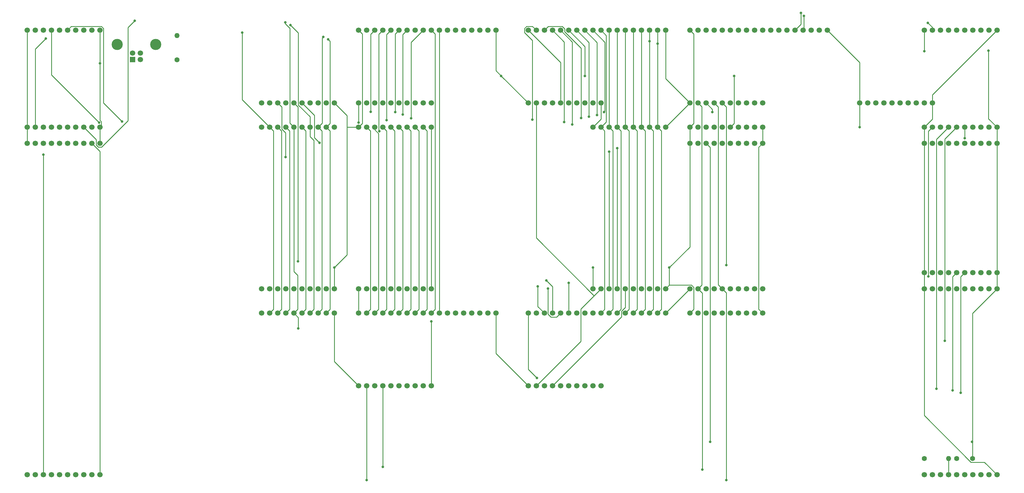
<source format=gbr>
%TF.GenerationSoftware,KiCad,Pcbnew,8.0.2*%
%TF.CreationDate,2024-12-23T20:56:35+01:00*%
%TF.ProjectId,bp-leanplate,62702d6c-6561-46e7-906c-6174652e6b69,rev?*%
%TF.SameCoordinates,Original*%
%TF.FileFunction,Copper,L2,Bot*%
%TF.FilePolarity,Positive*%
%FSLAX46Y46*%
G04 Gerber Fmt 4.6, Leading zero omitted, Abs format (unit mm)*
G04 Created by KiCad (PCBNEW 8.0.2) date 2024-12-23 20:56:35*
%MOMM*%
%LPD*%
G01*
G04 APERTURE LIST*
%TA.AperFunction,ComponentPad*%
%ADD10C,1.700000*%
%TD*%
%TA.AperFunction,ComponentPad*%
%ADD11R,1.700000X1.700000*%
%TD*%
%TA.AperFunction,ComponentPad*%
%ADD12C,3.500000*%
%TD*%
%TA.AperFunction,ComponentPad*%
%ADD13C,1.600000*%
%TD*%
%TA.AperFunction,ComponentPad*%
%ADD14O,1.600000X1.600000*%
%TD*%
%TA.AperFunction,ViaPad*%
%ADD15C,0.800000*%
%TD*%
%TA.AperFunction,Conductor*%
%ADD16C,0.250000*%
%TD*%
G04 APERTURE END LIST*
D10*
%TO.P,U3,*%
%TO.N,*%
X246380000Y-60960000D03*
X248920000Y-60960000D03*
X251460000Y-60960000D03*
X254000000Y-60960000D03*
%TO.P,U3,1,BUS0*%
%TO.N,BUS0*%
X274320000Y-38100000D03*
%TO.P,U3,2,BUS1*%
%TO.N,BUS1*%
X271780000Y-38100000D03*
%TO.P,U3,3,BUS2*%
%TO.N,BUS2*%
X269240000Y-38100000D03*
%TO.P,U3,4,BUS3*%
%TO.N,BUS3*%
X266700000Y-38100000D03*
%TO.P,U3,5,BUS4*%
%TO.N,BUS4*%
X264160000Y-38100000D03*
%TO.P,U3,6,BUS5*%
%TO.N,BUS5*%
X261620000Y-38100000D03*
%TO.P,U3,7,BUS6*%
%TO.N,BUS6*%
X259080000Y-38100000D03*
%TO.P,U3,8,BUS7*%
%TO.N,BUS7*%
X256540000Y-38100000D03*
%TO.P,U3,9,L0*%
%TO.N,unconnected-(U3-L0-Pad9)*%
X254000000Y-38100000D03*
%TO.P,U3,10,L1*%
%TO.N,unconnected-(U3-L1-Pad10)*%
X251460000Y-38100000D03*
%TO.P,U3,11,L2*%
%TO.N,unconnected-(U3-L2-Pad11)*%
X248920000Y-38100000D03*
%TO.P,U3,12,L3*%
%TO.N,unconnected-(U3-L3-Pad12)*%
X246380000Y-38100000D03*
%TO.P,U3,13,L4*%
%TO.N,unconnected-(U3-L4-Pad13)*%
X243840000Y-38100000D03*
%TO.P,U3,14,L5*%
%TO.N,unconnected-(U3-L5-Pad14)*%
X241300000Y-38100000D03*
%TO.P,U3,15,L6*%
%TO.N,unconnected-(U3-L6-Pad15)*%
X238760000Y-38100000D03*
%TO.P,U3,16,L7*%
%TO.N,unconnected-(U3-L7-Pad16)*%
X236220000Y-38100000D03*
%TO.P,U3,17,VCC*%
%TO.N,VCC*%
X233680000Y-60960000D03*
X276860000Y-38100000D03*
%TO.P,U3,18,CLK*%
%TO.N,CLK*%
X236220000Y-60960000D03*
%TO.P,U3,19,IN*%
%TO.N,TI*%
X238760000Y-60960000D03*
%TO.P,U3,20,~{CLR}*%
%TO.N,~{CLR}*%
X241300000Y-60960000D03*
%TO.P,U3,21,OUT*%
%TO.N,TO*%
X243840000Y-60960000D03*
%TO.P,U3,22,GND*%
%TO.N,GND*%
X233680000Y-38100000D03*
X256540000Y-60960000D03*
%TD*%
%TO.P,U8,*%
%TO.N,*%
X195580000Y-149860000D03*
X198120000Y-149860000D03*
X200660000Y-149860000D03*
X203200000Y-149860000D03*
%TO.P,U8,1,BUS0*%
%TO.N,BUS0*%
X223520000Y-127000000D03*
%TO.P,U8,2,BUS1*%
%TO.N,BUS1*%
X220980000Y-127000000D03*
%TO.P,U8,3,BUS2*%
%TO.N,BUS2*%
X218440000Y-127000000D03*
%TO.P,U8,4,BUS3*%
%TO.N,BUS3*%
X215900000Y-127000000D03*
%TO.P,U8,5,BUS4*%
%TO.N,BUS4*%
X213360000Y-127000000D03*
%TO.P,U8,6,BUS5*%
%TO.N,BUS5*%
X210820000Y-127000000D03*
%TO.P,U8,7,BUS6*%
%TO.N,BUS6*%
X208280000Y-127000000D03*
%TO.P,U8,8,BUS7*%
%TO.N,BUS7*%
X205740000Y-127000000D03*
%TO.P,U8,9,L0*%
%TO.N,B_D0*%
X203200000Y-127000000D03*
%TO.P,U8,10,L1*%
%TO.N,B_D1*%
X200660000Y-127000000D03*
%TO.P,U8,11,L2*%
%TO.N,B_D2*%
X198120000Y-127000000D03*
%TO.P,U8,12,L3*%
%TO.N,B_D3*%
X195580000Y-127000000D03*
%TO.P,U8,13,L4*%
%TO.N,B_D4*%
X193040000Y-127000000D03*
%TO.P,U8,14,L5*%
%TO.N,B_D5*%
X190500000Y-127000000D03*
%TO.P,U8,15,L6*%
%TO.N,B_D6*%
X187960000Y-127000000D03*
%TO.P,U8,16,L7*%
%TO.N,B_D7*%
X185420000Y-127000000D03*
%TO.P,U8,17,VCC*%
%TO.N,VCC*%
X182880000Y-149860000D03*
X226060000Y-127000000D03*
%TO.P,U8,18,CLK*%
%TO.N,CLK*%
X185420000Y-149860000D03*
%TO.P,U8,19,IN*%
%TO.N,BI*%
X187960000Y-149860000D03*
%TO.P,U8,20,~{CLR}*%
%TO.N,~{CLR}*%
X190500000Y-149860000D03*
%TO.P,U8,21,OUT*%
%TO.N,BO*%
X193040000Y-149860000D03*
%TO.P,U8,22,GND*%
%TO.N,GND*%
X182880000Y-127000000D03*
X205740000Y-149860000D03*
%TD*%
D11*
%TO.P,J1,1,VBUS*%
%TO.N,VCC*%
X58516000Y-47255000D03*
D10*
%TO.P,J1,2,D-*%
%TO.N,unconnected-(J1-D--Pad2)*%
X61016000Y-47255000D03*
%TO.P,J1,3,D+*%
%TO.N,unconnected-(J1-D+-Pad3)*%
X61016000Y-45255000D03*
%TO.P,J1,4,GND*%
%TO.N,GND*%
X58516000Y-45255000D03*
D12*
%TO.P,J1,5,Shield*%
%TO.N,Net-(J1-Shield)*%
X53746000Y-42545000D03*
X65786000Y-42545000D03*
%TD*%
D10*
%TO.P,U11,*%
%TO.N,*%
X35560000Y-177800000D03*
X38100000Y-177800000D03*
X40640000Y-177800000D03*
X43180000Y-177800000D03*
X45720000Y-177800000D03*
%TO.P,U11,1,BUS0*%
%TO.N,BUS0*%
X119380000Y-127000000D03*
%TO.P,U11,2,BUS1*%
%TO.N,BUS1*%
X116840000Y-127000000D03*
%TO.P,U11,3,BUS2*%
%TO.N,BUS2*%
X114300000Y-127000000D03*
%TO.P,U11,4,BUS3*%
%TO.N,BUS3*%
X111760000Y-127000000D03*
%TO.P,U11,5,BUS4*%
%TO.N,BUS4*%
X109220000Y-127000000D03*
%TO.P,U11,6,BUS5*%
%TO.N,BUS5*%
X106680000Y-127000000D03*
%TO.P,U11,7,BUS6*%
%TO.N,BUS6*%
X104140000Y-127000000D03*
%TO.P,U11,8,BUS7*%
%TO.N,BUS7*%
X101600000Y-127000000D03*
%TO.P,U11,9,VCC*%
%TO.N,VCC*%
X25400000Y-177800000D03*
X121920000Y-127000000D03*
%TO.P,U11,10,CLK*%
%TO.N,CLK*%
X27940000Y-177800000D03*
%TO.P,U11,11,IN*%
%TO.N,OI*%
X30480000Y-177800000D03*
%TO.P,U11,12,~{CLR}*%
%TO.N,~{CLR}*%
X33020000Y-177800000D03*
%TO.P,U11,13,GND*%
%TO.N,GND*%
X48260000Y-177800000D03*
X99060000Y-127000000D03*
%TD*%
%TO.P,U6,*%
%TO.N,*%
X142240000Y-149860000D03*
X144780000Y-149860000D03*
X147320000Y-149860000D03*
X149860000Y-149860000D03*
%TO.P,U6,1,BUS0*%
%TO.N,BUS0*%
X170180000Y-127000000D03*
%TO.P,U6,2,BUS1*%
%TO.N,BUS1*%
X167640000Y-127000000D03*
%TO.P,U6,3,BUS2*%
%TO.N,BUS2*%
X165100000Y-127000000D03*
%TO.P,U6,4,BUS3*%
%TO.N,BUS3*%
X162560000Y-127000000D03*
%TO.P,U6,5,BUS4*%
%TO.N,BUS4*%
X160020000Y-127000000D03*
%TO.P,U6,6,BUS5*%
%TO.N,BUS5*%
X157480000Y-127000000D03*
%TO.P,U6,7,BUS6*%
%TO.N,BUS6*%
X154940000Y-127000000D03*
%TO.P,U6,8,BUS7*%
%TO.N,BUS7*%
X152400000Y-127000000D03*
%TO.P,U6,9,L0*%
%TO.N,A_D0*%
X149860000Y-127000000D03*
%TO.P,U6,10,L1*%
%TO.N,A_D1*%
X147320000Y-127000000D03*
%TO.P,U6,11,L2*%
%TO.N,A_D2*%
X144780000Y-127000000D03*
%TO.P,U6,12,L3*%
%TO.N,A_D3*%
X142240000Y-127000000D03*
%TO.P,U6,13,L4*%
%TO.N,A_D4*%
X139700000Y-127000000D03*
%TO.P,U6,14,L5*%
%TO.N,A_D5*%
X137160000Y-127000000D03*
%TO.P,U6,15,L6*%
%TO.N,A_D6*%
X134620000Y-127000000D03*
%TO.P,U6,16,L7*%
%TO.N,A_D7*%
X132080000Y-127000000D03*
%TO.P,U6,17,VCC*%
%TO.N,VCC*%
X129540000Y-149860000D03*
X172720000Y-127000000D03*
%TO.P,U6,18,CLK*%
%TO.N,CLK*%
X132080000Y-149860000D03*
%TO.P,U6,19,IN*%
%TO.N,AI*%
X134620000Y-149860000D03*
%TO.P,U6,20,~{CLR}*%
%TO.N,~{CLR}*%
X137160000Y-149860000D03*
%TO.P,U6,21,OUT*%
%TO.N,AO*%
X139700000Y-149860000D03*
%TO.P,U6,22,GND*%
%TO.N,GND*%
X129540000Y-127000000D03*
X152400000Y-149860000D03*
%TD*%
%TO.P,U5,*%
%TO.N,*%
X142240000Y-60960000D03*
X144780000Y-60960000D03*
X147320000Y-60960000D03*
X149860000Y-60960000D03*
%TO.P,U5,1,BUS0*%
%TO.N,BUS0*%
X170180000Y-38100000D03*
%TO.P,U5,2,BUS1*%
%TO.N,BUS1*%
X167640000Y-38100000D03*
%TO.P,U5,3,BUS2*%
%TO.N,BUS2*%
X165100000Y-38100000D03*
%TO.P,U5,4,BUS3*%
%TO.N,BUS3*%
X162560000Y-38100000D03*
%TO.P,U5,5,BUS4*%
%TO.N,BUS4*%
X160020000Y-38100000D03*
%TO.P,U5,6,BUS5*%
%TO.N,BUS5*%
X157480000Y-38100000D03*
%TO.P,U5,7,BUS6*%
%TO.N,BUS6*%
X154940000Y-38100000D03*
%TO.P,U5,8,BUS7*%
%TO.N,BUS7*%
X152400000Y-38100000D03*
%TO.P,U5,9,L0*%
%TO.N,MAR_A0*%
X149860000Y-38100000D03*
%TO.P,U5,10,L1*%
%TO.N,MAR_A1*%
X147320000Y-38100000D03*
%TO.P,U5,11,L2*%
%TO.N,MAR_A2*%
X144780000Y-38100000D03*
%TO.P,U5,12,L3*%
%TO.N,MAR_A3*%
X142240000Y-38100000D03*
%TO.P,U5,13,L4*%
%TO.N,MAR_A4*%
X139700000Y-38100000D03*
%TO.P,U5,14,L5*%
%TO.N,MAR_A5*%
X137160000Y-38100000D03*
%TO.P,U5,15,L6*%
%TO.N,MAR_A6*%
X134620000Y-38100000D03*
%TO.P,U5,16,L7*%
%TO.N,MAR_A7*%
X132080000Y-38100000D03*
%TO.P,U5,17,VCC*%
%TO.N,VCC*%
X129540000Y-60960000D03*
X172720000Y-38100000D03*
%TO.P,U5,18,CLK*%
%TO.N,CLK*%
X132080000Y-60960000D03*
%TO.P,U5,19,IN*%
%TO.N,MI*%
X134620000Y-60960000D03*
%TO.P,U5,20,~{CLR}*%
%TO.N,~{CLR}*%
X137160000Y-60960000D03*
%TO.P,U5,21,OUT*%
%TO.N,GND*%
X139700000Y-60960000D03*
%TO.P,U5,22,GND*%
X129540000Y-38100000D03*
X152400000Y-60960000D03*
%TD*%
%TO.P,U12,*%
%TO.N,*%
X289560000Y-60960000D03*
X292100000Y-60960000D03*
X294640000Y-60960000D03*
X297180000Y-60960000D03*
X299720000Y-60960000D03*
X302260000Y-60960000D03*
X304800000Y-60960000D03*
X307340000Y-60960000D03*
%TO.P,U12,1,BUS0*%
%TO.N,BUS0*%
X327660000Y-38100000D03*
%TO.P,U12,2,BUS1*%
%TO.N,BUS1*%
X325120000Y-38100000D03*
%TO.P,U12,3,BUS2*%
%TO.N,BUS2*%
X322580000Y-38100000D03*
%TO.P,U12,4,BUS3*%
%TO.N,BUS3*%
X320040000Y-38100000D03*
%TO.P,U12,5,BUS4*%
%TO.N,BUS4*%
X317500000Y-38100000D03*
%TO.P,U12,6,BUS5*%
%TO.N,BUS5*%
X314960000Y-38100000D03*
%TO.P,U12,7,BUS6*%
%TO.N,BUS6*%
X312420000Y-38100000D03*
%TO.P,U12,8,BUS7*%
%TO.N,BUS7*%
X309880000Y-38100000D03*
%TO.P,U12,9,VCC*%
%TO.N,VCC*%
X287020000Y-60960000D03*
X307340000Y-38100000D03*
%TO.P,U12,10,GND*%
%TO.N,GND*%
X309880000Y-60960000D03*
X330200000Y-38100000D03*
%TD*%
%TO.P,U2,*%
%TO.N,*%
X195580000Y-60960000D03*
X198120000Y-60960000D03*
X200660000Y-60960000D03*
X203200000Y-60960000D03*
%TO.P,U2,1,BUS0*%
%TO.N,BUS0*%
X223520000Y-38100000D03*
%TO.P,U2,2,BUS1*%
%TO.N,BUS1*%
X220980000Y-38100000D03*
%TO.P,U2,3,BUS2*%
%TO.N,BUS2*%
X218440000Y-38100000D03*
%TO.P,U2,4,BUS3*%
%TO.N,BUS3*%
X215900000Y-38100000D03*
%TO.P,U2,5,BUS4*%
%TO.N,BUS4*%
X213360000Y-38100000D03*
%TO.P,U2,6,BUS5*%
%TO.N,BUS5*%
X210820000Y-38100000D03*
%TO.P,U2,7,BUS6*%
%TO.N,BUS6*%
X208280000Y-38100000D03*
%TO.P,U2,8,BUS7*%
%TO.N,BUS7*%
X205740000Y-38100000D03*
%TO.P,U2,9,L0*%
%TO.N,IR_D0*%
X203200000Y-38100000D03*
%TO.P,U2,10,L1*%
%TO.N,IR_D1*%
X200660000Y-38100000D03*
%TO.P,U2,11,L2*%
%TO.N,IR_D2*%
X198120000Y-38100000D03*
%TO.P,U2,12,L3*%
%TO.N,IR_D3*%
X195580000Y-38100000D03*
%TO.P,U2,13,L4*%
%TO.N,IR_D4*%
X193040000Y-38100000D03*
%TO.P,U2,14,L5*%
%TO.N,IR_D5*%
X190500000Y-38100000D03*
%TO.P,U2,15,L6*%
%TO.N,IR_D6*%
X187960000Y-38100000D03*
%TO.P,U2,16,L7*%
%TO.N,IR_D7*%
X185420000Y-38100000D03*
%TO.P,U2,17,VCC*%
%TO.N,VCC*%
X182880000Y-60960000D03*
X226060000Y-38100000D03*
%TO.P,U2,18,CLK*%
%TO.N,CLK*%
X185420000Y-60960000D03*
%TO.P,U2,19,IN*%
%TO.N,II*%
X187960000Y-60960000D03*
%TO.P,U2,20,~{CLR}*%
%TO.N,~{CLR}*%
X190500000Y-60960000D03*
%TO.P,U2,21,OUT*%
%TO.N,GND*%
X193040000Y-60960000D03*
%TO.P,U2,22,GND*%
X182880000Y-38100000D03*
X205740000Y-60960000D03*
%TD*%
%TO.P,U4,*%
%TO.N,*%
X114300000Y-60960000D03*
X116840000Y-60960000D03*
X119380000Y-60960000D03*
%TO.P,U4,1,BUS0*%
%TO.N,BUS0*%
X45720000Y-38100000D03*
%TO.P,U4,2,BUS1*%
%TO.N,BUS1*%
X43180000Y-38100000D03*
%TO.P,U4,3,BUS2*%
%TO.N,BUS2*%
X40640000Y-38100000D03*
%TO.P,U4,4,BUS3*%
%TO.N,BUS3*%
X38100000Y-38100000D03*
%TO.P,U4,5,BUS4*%
%TO.N,BUS4*%
X35560000Y-38100000D03*
%TO.P,U4,6,BUS5*%
%TO.N,BUS5*%
X33020000Y-38100000D03*
%TO.P,U4,7,BUS6*%
%TO.N,BUS6*%
X30480000Y-38100000D03*
%TO.P,U4,8,BUS7*%
%TO.N,BUS7*%
X27940000Y-38100000D03*
%TO.P,U4,9,VCC*%
%TO.N,VCC*%
X48260000Y-38100000D03*
X99060000Y-60960000D03*
%TO.P,U4,10,CLK*%
%TO.N,CLK*%
X101600000Y-60960000D03*
%TO.P,U4,11,J*%
%TO.N,J*%
X104140000Y-60960000D03*
%TO.P,U4,12,~{CLR}*%
%TO.N,~{CLR}*%
X106680000Y-60960000D03*
%TO.P,U4,13,CO*%
%TO.N,CO*%
X109220000Y-60960000D03*
%TO.P,U4,14,CE*%
%TO.N,CE*%
X111760000Y-60960000D03*
%TO.P,U4,15,GND*%
%TO.N,GND*%
X25400000Y-38100000D03*
X121920000Y-60960000D03*
%TD*%
%TO.P,U9,*%
%TO.N,*%
X236220000Y-127000000D03*
X238760000Y-127000000D03*
X241300000Y-127000000D03*
X243840000Y-127000000D03*
X246380000Y-127000000D03*
X248920000Y-127000000D03*
X251460000Y-127000000D03*
X254000000Y-127000000D03*
X317500000Y-177800000D03*
X320040000Y-177800000D03*
X322580000Y-177800000D03*
X325120000Y-177800000D03*
X327660000Y-177800000D03*
%TO.P,U9,1,VCC*%
%TO.N,VCC*%
X256540000Y-127000000D03*
X307340000Y-177800000D03*
%TO.P,U9,2,CLK*%
%TO.N,CLK*%
X309880000Y-177800000D03*
%TO.P,U9,3,~{CLR}*%
%TO.N,~{CLR}*%
X312420000Y-177800000D03*
%TO.P,U9,4,HLT*%
%TO.N,HLTIN*%
X314960000Y-177800000D03*
%TO.P,U9,5,GND*%
%TO.N,GND*%
X233680000Y-127000000D03*
X330200000Y-177800000D03*
%TD*%
D13*
%TO.P,R1,1*%
%TO.N,HLT*%
X307340000Y-172720000D03*
D14*
%TO.P,R1,2*%
%TO.N,HLTIN*%
X314960000Y-172720000D03*
%TD*%
D10*
%TO.P,U1,*%
%TO.N,*%
X109220000Y-119380000D03*
X111760000Y-119380000D03*
X114300000Y-119380000D03*
X116840000Y-119380000D03*
X119380000Y-119380000D03*
%TO.P,U1,1,BUS0*%
%TO.N,BUS0*%
X119380000Y-68580000D03*
%TO.P,U1,2,BUS1*%
%TO.N,BUS1*%
X116840000Y-68580000D03*
%TO.P,U1,3,BUS2*%
%TO.N,BUS2*%
X114300000Y-68580000D03*
%TO.P,U1,4,BUS3*%
%TO.N,BUS3*%
X111760000Y-68580000D03*
%TO.P,U1,5,BUS4*%
%TO.N,BUS4*%
X109220000Y-68580000D03*
%TO.P,U1,6,BUS5*%
%TO.N,BUS5*%
X106680000Y-68580000D03*
%TO.P,U1,7,BUS6*%
%TO.N,BUS6*%
X104140000Y-68580000D03*
%TO.P,U1,8,BUS7*%
%TO.N,BUS7*%
X101600000Y-68580000D03*
%TO.P,U1,9,L0*%
%TO.N,MAR_A0*%
X45720000Y-68580000D03*
%TO.P,U1,10,L1*%
%TO.N,MAR_A1*%
X43180000Y-68580000D03*
%TO.P,U1,11,L2*%
%TO.N,MAR_A2*%
X40640000Y-68580000D03*
%TO.P,U1,12,L3*%
%TO.N,MAR_A3*%
X38100000Y-68580000D03*
%TO.P,U1,13,L4*%
%TO.N,MAR_A4*%
X35560000Y-68580000D03*
%TO.P,U1,14,L5*%
%TO.N,MAR_A5*%
X33020000Y-68580000D03*
%TO.P,U1,15,L6*%
%TO.N,MAR_A6*%
X30480000Y-68580000D03*
%TO.P,U1,16,L7*%
%TO.N,MAR_A7*%
X27940000Y-68580000D03*
%TO.P,U1,17,L8*%
%TO.N,GND*%
X45720000Y-73660000D03*
%TO.P,U1,18,L9*%
X43180000Y-73660000D03*
%TO.P,U1,19,L10*%
X40640000Y-73660000D03*
%TO.P,U1,20,L11*%
X38100000Y-73660000D03*
%TO.P,U1,21,L12*%
X35560000Y-73660000D03*
%TO.P,U1,22,L13*%
X33020000Y-73660000D03*
%TO.P,U1,23,L14*%
X30480000Y-73660000D03*
%TO.P,U1,24,L15*%
X27940000Y-73660000D03*
%TO.P,U1,25,VCC*%
%TO.N,VCC*%
X48260000Y-68580000D03*
X48260000Y-73660000D03*
X99060000Y-119380000D03*
X121920000Y-68580000D03*
%TO.P,U1,26,RO*%
%TO.N,RO*%
X101600000Y-119380000D03*
%TO.P,U1,27,RRO*%
%TO.N,RRO*%
X104140000Y-119380000D03*
%TO.P,U1,28,RI*%
%TO.N,RI*%
X106680000Y-119380000D03*
%TO.P,U1,29,GND*%
%TO.N,GND*%
X25400000Y-68580000D03*
X25400000Y-73660000D03*
X99060000Y-68580000D03*
X121920000Y-119380000D03*
%TD*%
D13*
%TO.P,R2,1*%
%TO.N,GND*%
X72517000Y-47371000D03*
D14*
%TO.P,R2,2*%
%TO.N,Net-(J1-Shield)*%
X72517000Y-39751000D03*
%TD*%
D10*
%TO.P,U7,*%
%TO.N,*%
X223520000Y-119380000D03*
%TO.P,U7,1,BUS0*%
%TO.N,BUS0*%
X223520000Y-68580000D03*
%TO.P,U7,2,BUS1*%
%TO.N,BUS1*%
X220980000Y-68580000D03*
%TO.P,U7,3,BUS2*%
%TO.N,BUS2*%
X218440000Y-68580000D03*
%TO.P,U7,4,BUS3*%
%TO.N,BUS3*%
X215900000Y-68580000D03*
%TO.P,U7,5,BUS4*%
%TO.N,BUS4*%
X213360000Y-68580000D03*
%TO.P,U7,6,BUS5*%
%TO.N,BUS5*%
X210820000Y-68580000D03*
%TO.P,U7,7,BUS6*%
%TO.N,BUS6*%
X208280000Y-68580000D03*
%TO.P,U7,8,BUS7*%
%TO.N,BUS7*%
X205740000Y-68580000D03*
%TO.P,U7,9,A0*%
%TO.N,A_D0*%
X149860000Y-68580000D03*
%TO.P,U7,10,A1*%
%TO.N,A_D1*%
X147320000Y-68580000D03*
%TO.P,U7,11,A2*%
%TO.N,A_D2*%
X144780000Y-68580000D03*
%TO.P,U7,12,A3*%
%TO.N,A_D3*%
X142240000Y-68580000D03*
%TO.P,U7,13,A4*%
%TO.N,A_D4*%
X139700000Y-68580000D03*
%TO.P,U7,14,A5*%
%TO.N,A_D5*%
X137160000Y-68580000D03*
%TO.P,U7,15,A6*%
%TO.N,A_D6*%
X134620000Y-68580000D03*
%TO.P,U7,16,A7*%
%TO.N,A_D7*%
X132080000Y-68580000D03*
%TO.P,U7,17,B0*%
%TO.N,B_D0*%
X149860000Y-119380000D03*
%TO.P,U7,18,B1*%
%TO.N,B_D1*%
X147320000Y-119380000D03*
%TO.P,U7,19,B2*%
%TO.N,B_D2*%
X144780000Y-119380000D03*
%TO.P,U7,20,B3*%
%TO.N,B_D3*%
X142240000Y-119380000D03*
%TO.P,U7,21,B4*%
%TO.N,B_D4*%
X139700000Y-119380000D03*
%TO.P,U7,22,B5*%
%TO.N,B_D5*%
X137160000Y-119380000D03*
%TO.P,U7,23,B6*%
%TO.N,B_D6*%
X134620000Y-119380000D03*
%TO.P,U7,24,B7*%
%TO.N,B_D7*%
X132080000Y-119380000D03*
%TO.P,U7,25,VCC*%
%TO.N,VCC*%
X152400000Y-68580000D03*
X152400000Y-119380000D03*
X203200000Y-119380000D03*
X226060000Y-68580000D03*
%TO.P,U7,26,CLK*%
%TO.N,CLK*%
X205740000Y-119380000D03*
%TO.P,U7,27,SU*%
%TO.N,PCL2*%
X208280000Y-119380000D03*
%TO.P,U7,28,FI*%
%TO.N,FI*%
X210820000Y-119380000D03*
%TO.P,U7,29,CLR*%
%TO.N,~{CLR}*%
X213360000Y-119380000D03*
%TO.P,U7,30,EO*%
%TO.N,EO*%
X215900000Y-119380000D03*
%TO.P,U7,31,CF*%
%TO.N,CF*%
X218440000Y-119380000D03*
%TO.P,U7,32,ZF*%
%TO.N,ZF*%
X220980000Y-119380000D03*
%TO.P,U7,33,GND*%
%TO.N,GND*%
X129540000Y-68580000D03*
X129540000Y-119380000D03*
X203200000Y-68580000D03*
X226060000Y-119380000D03*
%TD*%
D13*
%TO.P,C1,1*%
%TO.N,HLTIN*%
X317540000Y-172720000D03*
%TO.P,C1,2*%
%TO.N,VCC*%
X322540000Y-172720000D03*
%TD*%
D10*
%TO.P,U10,*%
%TO.N,*%
X246380000Y-119380000D03*
X248920000Y-119380000D03*
X251460000Y-119380000D03*
X254000000Y-119380000D03*
%TO.P,U10,1,I0*%
%TO.N,IR_D0*%
X254000000Y-68580000D03*
%TO.P,U10,2,I1*%
%TO.N,IR_D1*%
X251460000Y-68580000D03*
%TO.P,U10,3,I2*%
%TO.N,IR_D2*%
X248920000Y-68580000D03*
%TO.P,U10,4,I3*%
%TO.N,IR_D3*%
X246380000Y-68580000D03*
%TO.P,U10,5,I4*%
%TO.N,IR_D4*%
X243840000Y-68580000D03*
%TO.P,U10,6,I5*%
%TO.N,IR_D5*%
X241300000Y-68580000D03*
%TO.P,U10,7,I6*%
%TO.N,IR_D6*%
X238760000Y-68580000D03*
%TO.P,U10,8,I7*%
%TO.N,IR_D7*%
X236220000Y-68580000D03*
%TO.P,U10,9,OCRA0*%
%TO.N,unconnected-(U10-OCRA0-Pad9)*%
X327660000Y-68580000D03*
%TO.P,U10,10,OCRA1*%
%TO.N,MI*%
X325120000Y-68580000D03*
%TO.P,U10,11,OCRA2*%
%TO.N,II*%
X322580000Y-68580000D03*
%TO.P,U10,12,OCRA3*%
%TO.N,J*%
X320040000Y-68580000D03*
%TO.P,U10,13,OCRA4*%
%TO.N,AI*%
X317500000Y-68580000D03*
%TO.P,U10,14,OCRA5*%
%TO.N,BI*%
X314960000Y-68580000D03*
%TO.P,U10,15,OCRA6*%
%TO.N,OI*%
X312420000Y-68580000D03*
%TO.P,U10,16,OCRA7*%
%TO.N,RI*%
X309880000Y-68580000D03*
%TO.P,U10,17,OCRA8*%
%TO.N,TI*%
X327660000Y-73660000D03*
%TO.P,U10,18,OCRA9*%
%TO.N,OCA9*%
X325120000Y-73660000D03*
%TO.P,U10,19,OCRA10*%
%TO.N,OCA10*%
X322580000Y-73660000D03*
%TO.P,U10,20,OCRA11*%
%TO.N,OCA11*%
X320040000Y-73660000D03*
%TO.P,U10,21,OCRA12*%
%TO.N,OCA12*%
X317500000Y-73660000D03*
%TO.P,U10,22,OCRA13*%
%TO.N,OCA13*%
X314960000Y-73660000D03*
%TO.P,U10,23,OCRA14*%
%TO.N,OCA14*%
X312420000Y-73660000D03*
%TO.P,U10,24,OCRA15*%
%TO.N,OCA15*%
X309880000Y-73660000D03*
%TO.P,U10,25,OCRB0*%
%TO.N,unconnected-(U10-OCRB0-Pad25)*%
X327660000Y-114300000D03*
%TO.P,U10,26,OCRB1*%
%TO.N,CO*%
X325120000Y-114300000D03*
%TO.P,U10,27,OCRB2*%
%TO.N,RRO*%
X322580000Y-114300000D03*
%TO.P,U10,28,OCRB3*%
%TO.N,AO*%
X320040000Y-114300000D03*
%TO.P,U10,29,OCRB4*%
%TO.N,BO*%
X317500000Y-114300000D03*
%TO.P,U10,30,OCRB5*%
%TO.N,EO*%
X314960000Y-114300000D03*
%TO.P,U10,31,OCRB6*%
%TO.N,RO*%
X312420000Y-114300000D03*
%TO.P,U10,32,OCRB7*%
%TO.N,TO*%
X309880000Y-114300000D03*
%TO.P,U10,33,OCRB8*%
%TO.N,OCB8*%
X327660000Y-119380000D03*
%TO.P,U10,34,OCRB9*%
%TO.N,OCB9*%
X325120000Y-119380000D03*
%TO.P,U10,35,OCRB10*%
%TO.N,OCB10*%
X322580000Y-119380000D03*
%TO.P,U10,36,OCRB11*%
%TO.N,OCB11*%
X320040000Y-119380000D03*
%TO.P,U10,37,OCRB12*%
%TO.N,OCB12*%
X317500000Y-119380000D03*
%TO.P,U10,38,OCRB13*%
%TO.N,OCB13*%
X314960000Y-119380000D03*
%TO.P,U10,39,OCRB14*%
%TO.N,OCB14*%
X312420000Y-119380000D03*
%TO.P,U10,40,OCRB15*%
%TO.N,OCB15*%
X309880000Y-119380000D03*
%TO.P,U10,41,PCL0*%
%TO.N,CE*%
X254000000Y-73660000D03*
%TO.P,U10,42,PCL1*%
%TO.N,FI*%
X251460000Y-73660000D03*
%TO.P,U10,43,PCL2*%
%TO.N,PCL2*%
X248920000Y-73660000D03*
%TO.P,U10,44,PCL3*%
%TO.N,PCL3*%
X246380000Y-73660000D03*
%TO.P,U10,45,PCL4*%
%TO.N,PCL4*%
X243840000Y-73660000D03*
%TO.P,U10,46,PCL5*%
%TO.N,PCL5*%
X241300000Y-73660000D03*
%TO.P,U10,47,PCL6*%
%TO.N,HLT*%
X238760000Y-73660000D03*
%TO.P,U10,48,PCL7*%
%TO.N,unconnected-(U10-PCL7-Pad48)*%
X236220000Y-73660000D03*
%TO.P,U10,49,VCC*%
%TO.N,VCC*%
X233680000Y-119380000D03*
X256540000Y-68580000D03*
X256540000Y-73660000D03*
X330200000Y-68580000D03*
X330200000Y-73660000D03*
X330200000Y-114300000D03*
X330200000Y-119380000D03*
%TO.P,U10,50,CLK*%
%TO.N,CLK*%
X236220000Y-119380000D03*
%TO.P,U10,51,ZF*%
%TO.N,ZF*%
X238760000Y-119380000D03*
%TO.P,U10,52,CF*%
%TO.N,CF*%
X241300000Y-119380000D03*
%TO.P,U10,53,~{CLR}*%
%TO.N,~{CLR}*%
X243840000Y-119380000D03*
%TO.P,U10,54,GND*%
%TO.N,GND*%
X233680000Y-68580000D03*
X233680000Y-73660000D03*
X256540000Y-119380000D03*
X307340000Y-68580000D03*
X307340000Y-73660000D03*
X307340000Y-114300000D03*
X307340000Y-119380000D03*
%TD*%
D15*
%TO.N,FI*%
X210820000Y-75175700D03*
%TO.N,OI*%
X30480000Y-77175100D03*
%TO.N,TO*%
X245110000Y-111914500D03*
%TO.N,TI*%
X240719800Y-63839500D03*
%TO.N,HLT*%
X240030000Y-167424500D03*
%TO.N,PCL2*%
X208280000Y-76229500D03*
%TO.N,IR_D7*%
X184150000Y-66161000D03*
%TO.N,IR_D6*%
X199475900Y-65676900D03*
%TO.N,IR_D5*%
X194216700Y-66941200D03*
%TO.N,IR_D4*%
X196756700Y-67675300D03*
%TO.N,IR_D3*%
X247570500Y-52439500D03*
X200713900Y-52439500D03*
%TO.N,IR_D2*%
X201951900Y-65208100D03*
%TO.N,IR_D1*%
X204520800Y-64772300D03*
%TO.N,IR_D0*%
X206675300Y-63843700D03*
%TO.N,RI*%
X308646600Y-115490600D03*
%TO.N,BO*%
X316230000Y-151248700D03*
%TO.N,BI*%
X311209900Y-150759000D03*
%TO.N,B_D6*%
X185858500Y-118545700D03*
%TO.N,B_D5*%
X188567100Y-116700900D03*
%TO.N,B_D4*%
X189138200Y-119262600D03*
%TO.N,B_D3*%
X195580000Y-117466500D03*
%TO.N,AO*%
X318770000Y-151993000D03*
%TO.N,AI*%
X313777800Y-135704500D03*
%TO.N,MAR_A7*%
X31274900Y-40680300D03*
%TO.N,MAR_A6*%
X133417600Y-63687400D03*
%TO.N,MAR_A5*%
X136100600Y-69793700D03*
%TO.N,MAR_A4*%
X138401300Y-66307800D03*
%TO.N,MAR_A3*%
X141055400Y-63816900D03*
%TO.N,MAR_A2*%
X143475600Y-64543600D03*
%TO.N,MAR_A1*%
X59253700Y-35069900D03*
%TO.N,MAR_A0*%
X146122500Y-65741400D03*
%TO.N,GND*%
X121920000Y-112649000D03*
X227236700Y-112649000D03*
X185637300Y-147404500D03*
X152400000Y-129577100D03*
%TO.N,CE*%
X117269300Y-73484700D03*
%TO.N,CO*%
X110490000Y-110706300D03*
%TO.N,~{CLR}*%
X245109900Y-179435600D03*
X137160000Y-175354500D03*
%TO.N,J*%
X320040000Y-72027500D03*
X106615700Y-77916900D03*
%TO.N,CLK*%
X132080000Y-179432000D03*
X237583300Y-176164400D03*
%TO.N,VCC*%
X322342400Y-167424500D03*
X129540000Y-67102800D03*
X48260000Y-48474500D03*
X327533100Y-44509500D03*
X203200000Y-112649000D03*
X307340000Y-44670200D03*
X174359500Y-52439500D03*
X287020000Y-68580000D03*
%TO.N,BUS7*%
X92961900Y-38807300D03*
X308491000Y-35773400D03*
%TO.N,BUS5*%
X48031400Y-67124600D03*
%TO.N,BUS4*%
X110650600Y-131835600D03*
X106517400Y-35593600D03*
%TO.N,BUS3*%
X55224900Y-66751100D03*
X268634500Y-32670500D03*
%TO.N,BUS2*%
X108142400Y-36477600D03*
X269571200Y-33587400D03*
%TO.N,BUS1*%
X118458500Y-40192100D03*
X220980000Y-41553600D03*
%TO.N,BUS0*%
X119973200Y-40918800D03*
X223520000Y-42273000D03*
%TD*%
D16*
%TO.N,FI*%
X210820000Y-119380000D02*
X210820000Y-75175700D01*
%TO.N,HLTIN*%
X314960000Y-172720000D02*
X314960000Y-177800000D01*
%TO.N,OI*%
X30480000Y-177800000D02*
X30480000Y-77175100D01*
%TO.N,TO*%
X245110000Y-62230000D02*
X245110000Y-111914500D01*
X243840000Y-60960000D02*
X245110000Y-62230000D01*
%TO.N,TI*%
X240719800Y-62919800D02*
X240719800Y-63839500D01*
X238760000Y-60960000D02*
X240719800Y-62919800D01*
%TO.N,HLT*%
X240030000Y-74930000D02*
X238760000Y-73660000D01*
X240030000Y-167424500D02*
X240030000Y-74930000D01*
%TO.N,PCL2*%
X208280000Y-119380000D02*
X208280000Y-76229500D01*
%TO.N,IR_D7*%
X184150000Y-41269900D02*
X184150000Y-66161000D01*
X181700600Y-38820500D02*
X184150000Y-41269900D01*
X181700600Y-37536000D02*
X181700600Y-38820500D01*
X182334700Y-36901900D02*
X181700600Y-37536000D01*
X184221900Y-36901900D02*
X182334700Y-36901900D01*
X185420000Y-38100000D02*
X184221900Y-36901900D01*
%TO.N,IR_D6*%
X199475900Y-43780400D02*
X199475900Y-65676900D01*
X194310000Y-38614500D02*
X199475900Y-43780400D01*
X194310000Y-37622500D02*
X194310000Y-38614500D01*
X193589400Y-36901900D02*
X194310000Y-37622500D01*
X189158100Y-36901900D02*
X193589400Y-36901900D01*
X187960000Y-38100000D02*
X189158100Y-36901900D01*
%TO.N,IR_D5*%
X194216700Y-41816700D02*
X194216700Y-66941200D01*
X190500000Y-38100000D02*
X194216700Y-41816700D01*
%TO.N,IR_D4*%
X196756700Y-41816700D02*
X196756700Y-67675300D01*
X193040000Y-38100000D02*
X196756700Y-41816700D01*
%TO.N,IR_D3*%
X200713900Y-43233900D02*
X195580000Y-38100000D01*
X200713900Y-52439500D02*
X200713900Y-43233900D01*
X247570500Y-67389500D02*
X247570500Y-52439500D01*
X246380000Y-68580000D02*
X247570500Y-67389500D01*
%TO.N,IR_D2*%
X201951900Y-41931900D02*
X201951900Y-65208100D01*
X198120000Y-38100000D02*
X201951900Y-41931900D01*
%TO.N,IR_D1*%
X204520800Y-41960800D02*
X204520800Y-64772300D01*
X200660000Y-38100000D02*
X204520800Y-41960800D01*
%TO.N,IR_D0*%
X206940800Y-63578200D02*
X206675300Y-63843700D01*
X206940800Y-41840800D02*
X206940800Y-63578200D01*
X203200000Y-38100000D02*
X206940800Y-41840800D01*
%TO.N,RI*%
X308646600Y-69813400D02*
X308646600Y-115490600D01*
X309880000Y-68580000D02*
X308646600Y-69813400D01*
%TO.N,BO*%
X316230000Y-115570000D02*
X316230000Y-151248700D01*
X317500000Y-114300000D02*
X316230000Y-115570000D01*
%TO.N,BI*%
X311209900Y-72330100D02*
X311209900Y-150759000D01*
X314960000Y-68580000D02*
X311209900Y-72330100D01*
%TO.N,B_D6*%
X185858500Y-124898500D02*
X185858500Y-118545700D01*
X187960000Y-127000000D02*
X185858500Y-124898500D01*
%TO.N,B_D5*%
X190500000Y-118633800D02*
X188567100Y-116700900D01*
X190500000Y-127000000D02*
X190500000Y-118633800D01*
%TO.N,B_D4*%
X189138200Y-127322400D02*
X189138200Y-119262600D01*
X190040900Y-128225100D02*
X189138200Y-127322400D01*
X191814900Y-128225100D02*
X190040900Y-128225100D01*
X193040000Y-127000000D02*
X191814900Y-128225100D01*
%TO.N,B_D3*%
X195580000Y-127000000D02*
X195580000Y-117466500D01*
%TO.N,AO*%
X318770000Y-115570000D02*
X318770000Y-151993000D01*
X320040000Y-114300000D02*
X318770000Y-115570000D01*
%TO.N,AI*%
X313777800Y-72302200D02*
X313777800Y-135704500D01*
X317500000Y-68580000D02*
X313777800Y-72302200D01*
%TO.N,A_D7*%
X133270600Y-125809400D02*
X132080000Y-127000000D01*
X133270600Y-69770600D02*
X133270600Y-125809400D01*
X132080000Y-68580000D02*
X133270600Y-69770600D01*
%TO.N,A_D6*%
X135833600Y-125786400D02*
X134620000Y-127000000D01*
X135833600Y-70554300D02*
X135833600Y-125786400D01*
X134620000Y-69340700D02*
X135833600Y-70554300D01*
X134620000Y-68580000D02*
X134620000Y-69340700D01*
%TO.N,A_D5*%
X138350600Y-125809400D02*
X137160000Y-127000000D01*
X138350600Y-69770600D02*
X138350600Y-125809400D01*
X137160000Y-68580000D02*
X138350600Y-69770600D01*
%TO.N,A_D4*%
X140890600Y-125809400D02*
X139700000Y-127000000D01*
X140890600Y-69770600D02*
X140890600Y-125809400D01*
X139700000Y-68580000D02*
X140890600Y-69770600D01*
%TO.N,A_D3*%
X143430600Y-125809400D02*
X142240000Y-127000000D01*
X143430600Y-69770600D02*
X143430600Y-125809400D01*
X142240000Y-68580000D02*
X143430600Y-69770600D01*
%TO.N,A_D2*%
X145970600Y-125809400D02*
X144780000Y-127000000D01*
X145970600Y-69770600D02*
X145970600Y-125809400D01*
X144780000Y-68580000D02*
X145970600Y-69770600D01*
%TO.N,A_D1*%
X148510600Y-125809400D02*
X147320000Y-127000000D01*
X148510600Y-69770600D02*
X148510600Y-125809400D01*
X147320000Y-68580000D02*
X148510600Y-69770600D01*
%TO.N,A_D0*%
X151050600Y-125809400D02*
X149860000Y-127000000D01*
X151050600Y-69770600D02*
X151050600Y-125809400D01*
X149860000Y-68580000D02*
X151050600Y-69770600D01*
%TO.N,MAR_A7*%
X27940000Y-44015200D02*
X27940000Y-68580000D01*
X31274900Y-40680300D02*
X27940000Y-44015200D01*
%TO.N,MAR_A6*%
X133417600Y-39302400D02*
X133417600Y-63687400D01*
X134620000Y-38100000D02*
X133417600Y-39302400D01*
%TO.N,MAR_A5*%
X135942600Y-39317400D02*
X137160000Y-38100000D01*
X135942600Y-69635700D02*
X135942600Y-39317400D01*
X136100600Y-69793700D02*
X135942600Y-69635700D01*
%TO.N,MAR_A4*%
X138401300Y-39398700D02*
X138401300Y-66307800D01*
X139700000Y-38100000D02*
X138401300Y-39398700D01*
%TO.N,MAR_A3*%
X141055400Y-39284600D02*
X141055400Y-63816900D01*
X142240000Y-38100000D02*
X141055400Y-39284600D01*
%TO.N,MAR_A2*%
X143475600Y-39404400D02*
X143475600Y-64543600D01*
X144780000Y-38100000D02*
X143475600Y-39404400D01*
%TO.N,MAR_A1*%
X57136800Y-37186800D02*
X59253700Y-35069900D01*
X57136800Y-66523000D02*
X57136800Y-37186800D01*
X48811400Y-74848400D02*
X57136800Y-66523000D01*
X47783100Y-74848400D02*
X48811400Y-74848400D01*
X47083300Y-74148600D02*
X47783100Y-74848400D01*
X47083300Y-72483300D02*
X47083300Y-74148600D01*
X43180000Y-68580000D02*
X47083300Y-72483300D01*
%TO.N,MAR_A0*%
X146122500Y-41837500D02*
X146122500Y-65741400D01*
X149860000Y-38100000D02*
X146122500Y-41837500D01*
%TO.N,GND*%
X307340000Y-119380000D02*
X307340000Y-114300000D01*
X307340000Y-114300000D02*
X307340000Y-73660000D01*
X307340000Y-73660000D02*
X307340000Y-68580000D01*
X309880000Y-66040000D02*
X309880000Y-60960000D01*
X307340000Y-68580000D02*
X309880000Y-66040000D01*
X233680000Y-73660000D02*
X233680000Y-68580000D01*
X234870600Y-39290600D02*
X233680000Y-38100000D01*
X234870600Y-67389400D02*
X234870600Y-39290600D01*
X233680000Y-68580000D02*
X234870600Y-67389400D01*
X129540000Y-119380000D02*
X129540000Y-127000000D01*
X25400000Y-73660000D02*
X25400000Y-68580000D01*
X25400000Y-68580000D02*
X25400000Y-38100000D01*
X121920000Y-119380000D02*
X121920000Y-112649000D01*
X307340000Y-159148900D02*
X307340000Y-119380000D01*
X322061100Y-173870000D02*
X307340000Y-159148900D01*
X326270000Y-173870000D02*
X322061100Y-173870000D01*
X330200000Y-177800000D02*
X326270000Y-173870000D01*
X234187200Y-118203300D02*
X227236700Y-118203300D01*
X234867100Y-118883200D02*
X234187200Y-118203300D01*
X234867100Y-125812900D02*
X234867100Y-118883200D01*
X233680000Y-127000000D02*
X234867100Y-125812900D01*
X227236700Y-118203300D02*
X226060000Y-119380000D01*
X227236700Y-118203300D02*
X227236700Y-112649000D01*
X309880000Y-58420000D02*
X309880000Y-60960000D01*
X330200000Y-38100000D02*
X309880000Y-58420000D01*
X193040000Y-48260000D02*
X193040000Y-60960000D01*
X182880000Y-38100000D02*
X193040000Y-48260000D01*
X130726700Y-67393300D02*
X129540000Y-68580000D01*
X130726700Y-39286700D02*
X130726700Y-67393300D01*
X129540000Y-38100000D02*
X130726700Y-39286700D01*
X129540000Y-68580000D02*
X125908600Y-68580000D01*
X125908600Y-64948600D02*
X125908600Y-68580000D01*
X121920000Y-60960000D02*
X125908600Y-64948600D01*
X125908600Y-108660400D02*
X121920000Y-112649000D01*
X125908600Y-68580000D02*
X125908600Y-108660400D01*
X233680000Y-106205700D02*
X227236700Y-112649000D01*
X233680000Y-73660000D02*
X233680000Y-106205700D01*
X152400000Y-149860000D02*
X152400000Y-129577100D01*
X182880000Y-144647200D02*
X182880000Y-127000000D01*
X185637300Y-147404500D02*
X182880000Y-144647200D01*
X205740000Y-66040000D02*
X203200000Y-68580000D01*
X205740000Y-60960000D02*
X205740000Y-66040000D01*
X48260000Y-76200000D02*
X48260000Y-177800000D01*
X45720000Y-73660000D02*
X48260000Y-76200000D01*
%TO.N,CE*%
X115663300Y-71878700D02*
X117269300Y-73484700D01*
X115663300Y-64863300D02*
X115663300Y-71878700D01*
X111760000Y-60960000D02*
X115663300Y-64863300D01*
%TO.N,CO*%
X110490000Y-62230000D02*
X110490000Y-110706300D01*
X109220000Y-60960000D02*
X110490000Y-62230000D01*
%TO.N,~{CLR}*%
X213360000Y-125217400D02*
X213360000Y-119380000D01*
X212183300Y-126394100D02*
X213360000Y-125217400D01*
X212183300Y-128176700D02*
X212183300Y-126394100D01*
X190500000Y-149860000D02*
X212183300Y-128176700D01*
X242570000Y-118110000D02*
X243840000Y-119380000D01*
X242570000Y-62230000D02*
X242570000Y-118110000D01*
X241300000Y-60960000D02*
X242570000Y-62230000D01*
X137160000Y-149860000D02*
X137160000Y-175354500D01*
X245109900Y-120649900D02*
X245109900Y-179435600D01*
X243840000Y-119380000D02*
X245109900Y-120649900D01*
%TO.N,J*%
X106615700Y-70341900D02*
X106615700Y-77916900D01*
X105410000Y-69136200D02*
X106615700Y-70341900D01*
X105410000Y-62230000D02*
X105410000Y-69136200D01*
X104140000Y-60960000D02*
X105410000Y-62230000D01*
X320040000Y-68580000D02*
X320040000Y-72027500D01*
%TO.N,CLK*%
X185420000Y-103326400D02*
X185420000Y-60960000D01*
X203606800Y-121513200D02*
X185420000Y-103326400D01*
X199390000Y-125730000D02*
X203606800Y-121513200D01*
X199390000Y-135890000D02*
X199390000Y-125730000D01*
X185420000Y-149860000D02*
X199390000Y-135890000D01*
X203606800Y-121513200D02*
X205740000Y-119380000D01*
X132080000Y-149860000D02*
X132080000Y-179432000D01*
X237410600Y-118189400D02*
X236220000Y-119380000D01*
X237410600Y-62150600D02*
X237410600Y-118189400D01*
X236220000Y-60960000D02*
X237410600Y-62150600D01*
X237583300Y-120743300D02*
X237583300Y-176164400D01*
X236220000Y-119380000D02*
X237583300Y-120743300D01*
%TO.N,VCC*%
X330200000Y-114300000D02*
X330200000Y-73660000D01*
X330200000Y-119380000D02*
X330200000Y-114300000D01*
X233680000Y-119380000D02*
X226060000Y-127000000D01*
X322540000Y-127040000D02*
X322540000Y-167424500D01*
X330200000Y-119380000D02*
X322540000Y-127040000D01*
X322540000Y-167424500D02*
X322540000Y-172720000D01*
X322540000Y-167424500D02*
X322342400Y-167424500D01*
X226060000Y-68580000D02*
X233680000Y-60960000D01*
X48260000Y-73660000D02*
X48260000Y-68580000D01*
X48260000Y-48474500D02*
X48260000Y-38100000D01*
X121920000Y-142240000D02*
X129540000Y-149860000D01*
X121920000Y-127000000D02*
X121920000Y-142240000D01*
X330200000Y-73660000D02*
X330200000Y-68580000D01*
X327533100Y-65913100D02*
X327533100Y-44509500D01*
X330200000Y-68580000D02*
X327533100Y-65913100D01*
X203200000Y-119380000D02*
X203200000Y-112649000D01*
X307340000Y-38100000D02*
X307340000Y-44670200D01*
X226060000Y-53340000D02*
X233680000Y-60960000D01*
X226060000Y-38100000D02*
X226060000Y-53340000D01*
X152400000Y-68580000D02*
X152400000Y-119380000D01*
X48260000Y-66325600D02*
X48260000Y-48474500D01*
X48260100Y-66325600D02*
X48260000Y-66325600D01*
X48758100Y-66823600D02*
X48260100Y-66325600D01*
X48758100Y-68081900D02*
X48758100Y-66823600D01*
X48260000Y-68580000D02*
X48758100Y-68081900D01*
X172720000Y-50800000D02*
X172720000Y-38100000D01*
X174359500Y-52439500D02*
X172720000Y-50800000D01*
X182880000Y-60960000D02*
X174359500Y-52439500D01*
X287020000Y-48260000D02*
X287020000Y-60960000D01*
X276860000Y-38100000D02*
X287020000Y-48260000D01*
X287020000Y-60960000D02*
X287020000Y-68580000D01*
X256540000Y-68580000D02*
X256540000Y-73660000D01*
X255349400Y-125809400D02*
X256540000Y-127000000D01*
X255349400Y-74850600D02*
X255349400Y-125809400D01*
X256540000Y-73660000D02*
X255349400Y-74850600D01*
X172720000Y-139700000D02*
X182880000Y-149860000D01*
X172720000Y-127000000D02*
X172720000Y-139700000D01*
X129540000Y-60960000D02*
X129540000Y-67102800D01*
%TO.N,BUS7*%
X102790600Y-125809400D02*
X101600000Y-127000000D01*
X102790600Y-69770600D02*
X102790600Y-125809400D01*
X101600000Y-68580000D02*
X102790600Y-69770600D01*
X206918700Y-125821300D02*
X205740000Y-127000000D01*
X206918700Y-69758700D02*
X206918700Y-125821300D01*
X205740000Y-68580000D02*
X206918700Y-69758700D01*
X153594200Y-39294200D02*
X152400000Y-38100000D01*
X153594200Y-125805800D02*
X153594200Y-39294200D01*
X152400000Y-127000000D02*
X153594200Y-125805800D01*
X309880000Y-37162400D02*
X308491000Y-35773400D01*
X309880000Y-38100000D02*
X309880000Y-37162400D01*
X92961900Y-59941900D02*
X92961900Y-38807300D01*
X101600000Y-68580000D02*
X92961900Y-59941900D01*
X207418000Y-39778000D02*
X205740000Y-38100000D01*
X207418000Y-66902000D02*
X207418000Y-39778000D01*
X205740000Y-68580000D02*
X207418000Y-66902000D01*
%TO.N,BUS6*%
X208280000Y-68580000D02*
X208280000Y-38100000D01*
X209470600Y-69770600D02*
X208280000Y-68580000D01*
X209470600Y-125809400D02*
X209470600Y-69770600D01*
X208280000Y-127000000D02*
X209470600Y-125809400D01*
X105330600Y-125809400D02*
X104140000Y-127000000D01*
X105330600Y-69770600D02*
X105330600Y-125809400D01*
X104140000Y-68580000D02*
X105330600Y-69770600D01*
X154940000Y-38100000D02*
X154940000Y-127000000D01*
%TO.N,BUS5*%
X107870600Y-125809400D02*
X106680000Y-127000000D01*
X107870600Y-69770600D02*
X107870600Y-125809400D01*
X106680000Y-68580000D02*
X107870600Y-69770600D01*
X210820000Y-38100000D02*
X210820000Y-68580000D01*
X212010600Y-125809400D02*
X210820000Y-127000000D01*
X212010600Y-69770600D02*
X212010600Y-125809400D01*
X210820000Y-68580000D02*
X212010600Y-69770600D01*
X33020000Y-52113200D02*
X48031400Y-67124600D01*
X33020000Y-38100000D02*
X33020000Y-52113200D01*
%TO.N,BUS4*%
X213360000Y-68580000D02*
X213360000Y-38100000D01*
X214550600Y-125809400D02*
X213360000Y-127000000D01*
X214550600Y-69770600D02*
X214550600Y-125809400D01*
X213360000Y-68580000D02*
X214550600Y-69770600D01*
X109220000Y-113907000D02*
X109220000Y-68580000D01*
X110410600Y-115097600D02*
X109220000Y-113907000D01*
X110410600Y-125809400D02*
X110410600Y-115097600D01*
X109220000Y-127000000D02*
X110410600Y-125809400D01*
X110650600Y-128430600D02*
X110650600Y-131835600D01*
X109220000Y-127000000D02*
X110650600Y-128430600D01*
X106517400Y-36025000D02*
X106517400Y-35593600D01*
X107950000Y-37457600D02*
X106517400Y-36025000D01*
X107950000Y-67310000D02*
X107950000Y-37457600D01*
X109220000Y-68580000D02*
X107950000Y-67310000D01*
%TO.N,BUS3*%
X112950600Y-125809400D02*
X111760000Y-127000000D01*
X112950600Y-69770600D02*
X112950600Y-125809400D01*
X111760000Y-68580000D02*
X112950600Y-69770600D01*
X215900000Y-38100000D02*
X215900000Y-68580000D01*
X217090600Y-125809400D02*
X215900000Y-127000000D01*
X217090600Y-69770600D02*
X217090600Y-125809400D01*
X215900000Y-68580000D02*
X217090600Y-69770600D01*
X268634500Y-36165500D02*
X266700000Y-38100000D01*
X268634500Y-32670500D02*
X268634500Y-36165500D01*
X49436700Y-60962900D02*
X55224900Y-66751100D01*
X49436700Y-37547400D02*
X49436700Y-60962900D01*
X48811300Y-36922000D02*
X49436700Y-37547400D01*
X39278000Y-36922000D02*
X48811300Y-36922000D01*
X38100000Y-38100000D02*
X39278000Y-36922000D01*
%TO.N,BUS2*%
X218440000Y-38100000D02*
X218440000Y-68580000D01*
X219630600Y-125809400D02*
X218440000Y-127000000D01*
X219630600Y-69770600D02*
X219630600Y-125809400D01*
X218440000Y-68580000D02*
X219630600Y-69770600D01*
X114300000Y-65282600D02*
X114300000Y-68580000D01*
X110583300Y-61565900D02*
X114300000Y-65282600D01*
X110583300Y-38918500D02*
X110583300Y-61565900D01*
X108142400Y-36477600D02*
X110583300Y-38918500D01*
X115490600Y-125809400D02*
X114300000Y-127000000D01*
X115490600Y-72733600D02*
X115490600Y-125809400D01*
X114300000Y-71543000D02*
X115490600Y-72733600D01*
X114300000Y-68580000D02*
X114300000Y-71543000D01*
X269571200Y-37768800D02*
X269240000Y-38100000D01*
X269571200Y-33587400D02*
X269571200Y-37768800D01*
%TO.N,BUS1*%
X118030600Y-125809400D02*
X116840000Y-127000000D01*
X118030600Y-69770600D02*
X118030600Y-125809400D01*
X116840000Y-68580000D02*
X118030600Y-69770600D01*
X222170600Y-125809400D02*
X220980000Y-127000000D01*
X222170600Y-69770600D02*
X222170600Y-125809400D01*
X220980000Y-68580000D02*
X222170600Y-69770600D01*
X118110000Y-67310000D02*
X116840000Y-68580000D01*
X118110000Y-40540600D02*
X118110000Y-67310000D01*
X118458500Y-40192100D02*
X118110000Y-40540600D01*
X220980000Y-68580000D02*
X220980000Y-41553600D01*
X220980000Y-41553600D02*
X220980000Y-38100000D01*
%TO.N,BUS0*%
X120570600Y-125809400D02*
X119380000Y-127000000D01*
X120570600Y-69770600D02*
X120570600Y-125809400D01*
X119380000Y-68580000D02*
X120570600Y-69770600D01*
X224710600Y-125809400D02*
X223520000Y-127000000D01*
X224710600Y-69770600D02*
X224710600Y-125809400D01*
X223520000Y-68580000D02*
X224710600Y-69770600D01*
X120581800Y-67378200D02*
X119380000Y-68580000D01*
X120581800Y-41527400D02*
X120581800Y-67378200D01*
X119973200Y-40918800D02*
X120581800Y-41527400D01*
X223520000Y-68580000D02*
X223520000Y-42273000D01*
X223520000Y-42273000D02*
X223520000Y-38100000D01*
%TD*%
M02*

</source>
